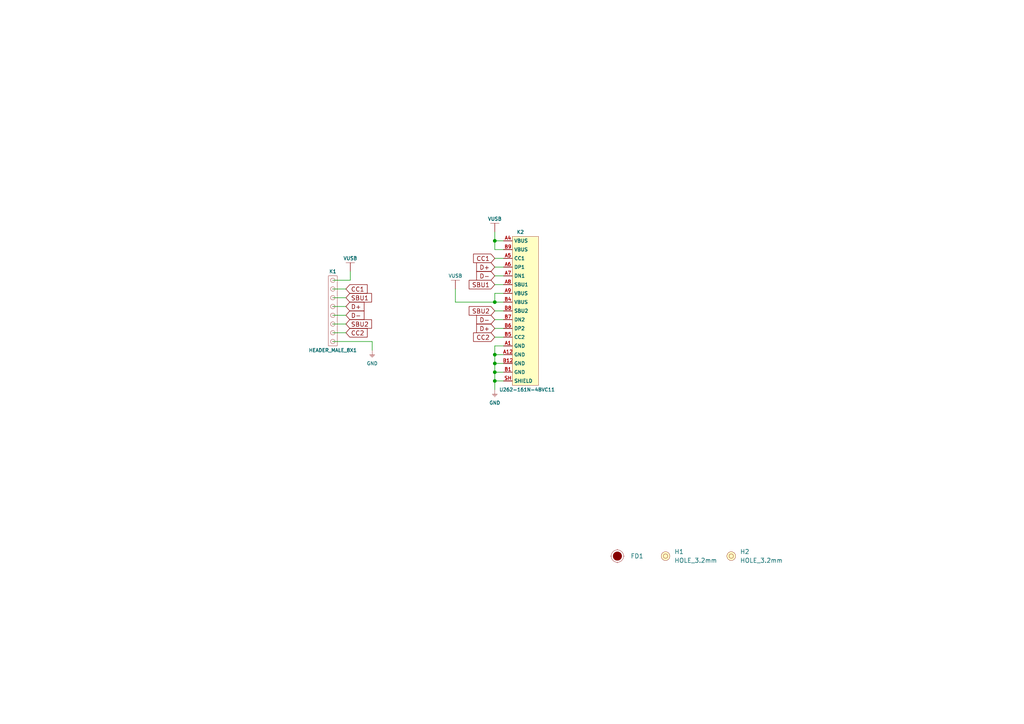
<source format=kicad_sch>
(kicad_sch (version 20210126) (generator eeschema)

  (paper "A4")

  (lib_symbols
    (symbol "e-radionica.com schematics:Fiducial_Stencil" (pin_numbers hide) (pin_names hide) (in_bom yes) (on_board yes)
      (property "Reference" "FD?" (id 0) (at 0 3.048 0)
        (effects (font (size 1.27 1.27)))
      )
      (property "Value" "Fiducial_Stencil" (id 1) (at 0 -2.794 0)
        (effects (font (size 1.27 1.27)) hide)
      )
      (property "Footprint" "e-radionica.com footprinti:FIDUCIAL_1MM_PASTE" (id 2) (at 0 -6.35 0)
        (effects (font (size 1.27 1.27)) hide)
      )
      (property "Datasheet" "" (id 3) (at 0 0 0)
        (effects (font (size 1.27 1.27)) hide)
      )
      (symbol "Fiducial_Stencil_0_1"
        (circle (center 0 0) (radius 1.7961) (stroke (width 0.0006)) (fill (type none)))
        (circle (center 0 0) (radius 1.27) (stroke (width 0.001)) (fill (type outline)))
        (polyline
          (pts
            (xy 1.778 0)
            (xy 2.032 0)
          )
          (stroke (width 0.0006)) (fill (type none))
        )
        (polyline
          (pts
            (xy 0 1.778)
            (xy 0 2.032)
          )
          (stroke (width 0.0006)) (fill (type none))
        )
        (polyline
          (pts
            (xy -1.778 0)
            (xy -2.032 0)
          )
          (stroke (width 0.0006)) (fill (type none))
        )
        (polyline
          (pts
            (xy 0 -1.778)
            (xy 0 -2.032)
          )
          (stroke (width 0.0006)) (fill (type none))
        )
      )
    )
    (symbol "e-radionica.com schematics:GND" (power) (pin_names (offset 0)) (in_bom yes) (on_board yes)
      (property "Reference" "#PWR" (id 0) (at 4.445 0 0)
        (effects (font (size 1 1)) hide)
      )
      (property "Value" "GND" (id 1) (at 0 -2.921 0)
        (effects (font (size 1 1)))
      )
      (property "Footprint" "" (id 2) (at 4.445 3.81 0)
        (effects (font (size 1 1)) hide)
      )
      (property "Datasheet" "" (id 3) (at 4.445 3.81 0)
        (effects (font (size 1 1)) hide)
      )
      (property "ki_keywords" "power-flag" (id 4) (at 0 0 0)
        (effects (font (size 1.27 1.27)) hide)
      )
      (property "ki_description" "Power symbol creates a global label with name \"+3V3\"" (id 5) (at 0 0 0)
        (effects (font (size 1.27 1.27)) hide)
      )
      (symbol "GND_0_1"
        (polyline
          (pts
            (xy 0 0)
            (xy 0 -1.27)
          )
          (stroke (width 0.0006)) (fill (type none))
        )
        (polyline
          (pts
            (xy -0.762 -1.27)
            (xy 0.762 -1.27)
          )
          (stroke (width 0.0006)) (fill (type none))
        )
        (polyline
          (pts
            (xy -0.381 -1.778)
            (xy 0.381 -1.778)
          )
          (stroke (width 0.0006)) (fill (type none))
        )
        (polyline
          (pts
            (xy -0.127 -2.032)
            (xy 0.127 -2.032)
          )
          (stroke (width 0.0006)) (fill (type none))
        )
        (polyline
          (pts
            (xy -0.635 -1.524)
            (xy 0.635 -1.524)
          )
          (stroke (width 0.0006)) (fill (type none))
        )
      )
      (symbol "GND_1_1"
        (pin power_in line (at 0 0 270) (length 0) hide
          (name "GND" (effects (font (size 1.27 1.27))))
          (number "1" (effects (font (size 1.27 1.27))))
        )
      )
    )
    (symbol "e-radionica.com schematics:HEADER_MALE_8X1" (pin_numbers hide) (pin_names hide) (in_bom yes) (on_board yes)
      (property "Reference" "K" (id 0) (at -0.635 12.7 0)
        (effects (font (size 1 1)))
      )
      (property "Value" "HEADER_MALE_8X1" (id 1) (at 0.635 -10.16 0)
        (effects (font (size 1 1)))
      )
      (property "Footprint" "e-radionica.com footprinti:HEADER_MALE_8X1" (id 2) (at 0 0 0)
        (effects (font (size 1 1)) hide)
      )
      (property "Datasheet" "" (id 3) (at 0 0 0)
        (effects (font (size 1 1)) hide)
      )
      (symbol "HEADER_MALE_8X1_0_1"
        (circle (center 0 -7.62) (radius 0.635) (stroke (width 0.0006)) (fill (type none)))
        (circle (center 0 -5.08) (radius 0.635) (stroke (width 0.0006)) (fill (type none)))
        (circle (center 0 -2.54) (radius 0.635) (stroke (width 0.0006)) (fill (type none)))
        (circle (center 0 0) (radius 0.635) (stroke (width 0.0006)) (fill (type none)))
        (circle (center 0 2.54) (radius 0.635) (stroke (width 0.0006)) (fill (type none)))
        (circle (center 0 5.08) (radius 0.635) (stroke (width 0.0006)) (fill (type none)))
        (circle (center 0 7.62) (radius 0.635) (stroke (width 0.0006)) (fill (type none)))
        (circle (center 0 10.16) (radius 0.635) (stroke (width 0.0006)) (fill (type none)))
        (rectangle (start 1.27 -8.89) (end -1.27 11.43)
          (stroke (width 0.0006)) (fill (type none))
        )
      )
      (symbol "HEADER_MALE_8X1_1_1"
        (pin passive line (at 0 -7.62 180) (length 0)
          (name "~" (effects (font (size 0.991 0.991))))
          (number "1" (effects (font (size 0.991 0.991))))
        )
        (pin passive line (at 0 -5.08 180) (length 0)
          (name "~" (effects (font (size 0.991 0.991))))
          (number "2" (effects (font (size 0.991 0.991))))
        )
        (pin passive line (at 0 -2.54 180) (length 0)
          (name "~" (effects (font (size 0.991 0.991))))
          (number "3" (effects (font (size 0.991 0.991))))
        )
        (pin passive line (at 0 0 180) (length 0)
          (name "~" (effects (font (size 0.991 0.991))))
          (number "4" (effects (font (size 0.991 0.991))))
        )
        (pin passive line (at 0 2.54 180) (length 0)
          (name "~" (effects (font (size 0.991 0.991))))
          (number "5" (effects (font (size 0.991 0.991))))
        )
        (pin passive line (at 0 5.08 180) (length 0)
          (name "~" (effects (font (size 0.991 0.991))))
          (number "6" (effects (font (size 0.991 0.991))))
        )
        (pin passive line (at 0 7.62 180) (length 0)
          (name "~" (effects (font (size 0.991 0.991))))
          (number "7" (effects (font (size 0.991 0.991))))
        )
        (pin passive line (at 0 10.16 180) (length 0)
          (name "~" (effects (font (size 0.991 0.991))))
          (number "8" (effects (font (size 0.991 0.991))))
        )
      )
    )
    (symbol "e-radionica.com schematics:HOLE_3.2mm" (pin_numbers hide) (pin_names hide) (in_bom yes) (on_board yes)
      (property "Reference" "H" (id 0) (at 0 2.54 0)
        (effects (font (size 1.27 1.27)))
      )
      (property "Value" "HOLE_3.2mm" (id 1) (at 0 -2.54 0)
        (effects (font (size 1.27 1.27)))
      )
      (property "Footprint" "e-radionica.com footprinti:HOLE_3.2mm" (id 2) (at 0 0 0)
        (effects (font (size 1.27 1.27)) hide)
      )
      (property "Datasheet" "" (id 3) (at 0 0 0)
        (effects (font (size 1.27 1.27)) hide)
      )
      (symbol "HOLE_3.2mm_0_1"
        (circle (center 0 0) (radius 1.27) (stroke (width 0.001)) (fill (type background)))
        (circle (center 0 0) (radius 0.635) (stroke (width 0.0006)) (fill (type none)))
      )
    )
    (symbol "e-radionica.com schematics:U262-161N-4BVC11" (in_bom yes) (on_board yes)
      (property "Reference" "K" (id 0) (at 0 22.86 0)
        (effects (font (size 1 1)))
      )
      (property "Value" "U262-161N-4BVC11" (id 1) (at 2.54 -22.86 0)
        (effects (font (size 1 1)))
      )
      (property "Footprint" "e-radionica.com footprinti:U262-161N-4BVC11" (id 2) (at 1.27 -3.81 0)
        (effects (font (size 1 1)) hide)
      )
      (property "Datasheet" "" (id 3) (at 1.27 -3.81 0)
        (effects (font (size 1 1)) hide)
      )
      (property "ki_keywords" "USBC USB-C USB" (id 4) (at 0 0 0)
        (effects (font (size 1.27 1.27)) hide)
      )
      (symbol "U262-161N-4BVC11_0_1"
        (rectangle (start -1.27 21.59) (end 6.35 -21.59)
          (stroke (width 0.001)) (fill (type background))
        )
      )
      (symbol "U262-161N-4BVC11_1_1"
        (pin passive line (at -3.81 20.32 0) (length 2.54)
          (name "VBUS" (effects (font (size 1 1))))
          (number "A4" (effects (font (size 1 1))))
        )
        (pin passive line (at -3.81 17.78 0) (length 2.54)
          (name "VBUS" (effects (font (size 1 1))))
          (number "B9" (effects (font (size 1 1))))
        )
        (pin passive line (at -3.81 15.24 0) (length 2.54)
          (name "CC1" (effects (font (size 1 1))))
          (number "A5" (effects (font (size 1 1))))
        )
        (pin passive line (at -3.81 12.7 0) (length 2.54)
          (name "DP1" (effects (font (size 1 1))))
          (number "A6" (effects (font (size 1 1))))
        )
        (pin passive line (at -3.81 10.16 0) (length 2.54)
          (name "DN1" (effects (font (size 1 1))))
          (number "A7" (effects (font (size 1 1))))
        )
        (pin passive line (at -3.81 7.62 0) (length 2.54)
          (name "SBU1" (effects (font (size 1 1))))
          (number "A8" (effects (font (size 1 1))))
        )
        (pin passive line (at -3.81 5.08 0) (length 2.54)
          (name "VBUS" (effects (font (size 1 1))))
          (number "A9" (effects (font (size 1 1))))
        )
        (pin passive line (at -3.81 2.54 0) (length 2.54)
          (name "VBUS" (effects (font (size 1 1))))
          (number "B4" (effects (font (size 1 1))))
        )
        (pin passive line (at -3.81 0 0) (length 2.54)
          (name "SBU2" (effects (font (size 1 1))))
          (number "B8" (effects (font (size 1 1))))
        )
        (pin passive line (at -3.81 -2.54 0) (length 2.54)
          (name "DN2" (effects (font (size 1 1))))
          (number "B7" (effects (font (size 1 1))))
        )
        (pin passive line (at -3.81 -5.08 0) (length 2.54)
          (name "DP2" (effects (font (size 1 1))))
          (number "B6" (effects (font (size 1 1))))
        )
        (pin passive line (at -3.81 -7.62 0) (length 2.54)
          (name "CC2" (effects (font (size 1 1))))
          (number "B5" (effects (font (size 1 1))))
        )
        (pin passive line (at -3.81 -10.16 0) (length 2.54)
          (name "GND" (effects (font (size 1 1))))
          (number "A1" (effects (font (size 1 1))))
        )
        (pin passive line (at -3.81 -12.7 0) (length 2.54)
          (name "GND" (effects (font (size 1 1))))
          (number "A12" (effects (font (size 1 1))))
        )
        (pin passive line (at -3.81 -15.24 0) (length 2.54)
          (name "GND" (effects (font (size 1 1))))
          (number "B12" (effects (font (size 1 1))))
        )
        (pin passive line (at -3.81 -17.78 0) (length 2.54)
          (name "GND" (effects (font (size 1 1))))
          (number "B1" (effects (font (size 1 1))))
        )
        (pin passive line (at -3.81 -20.32 0) (length 2.54)
          (name "SHIELD" (effects (font (size 1 1))))
          (number "SH" (effects (font (size 1 1))))
        )
      )
    )
    (symbol "e-radionica.com schematics:VUSB" (power) (pin_names (offset 0)) (in_bom yes) (on_board yes)
      (property "Reference" "#PWR" (id 0) (at 4.445 0 0)
        (effects (font (size 1 1)) hide)
      )
      (property "Value" "VUSB" (id 1) (at 0 3.556 0)
        (effects (font (size 1 1)))
      )
      (property "Footprint" "" (id 2) (at 4.445 3.81 0)
        (effects (font (size 1 1)) hide)
      )
      (property "Datasheet" "" (id 3) (at 4.445 3.81 0)
        (effects (font (size 1 1)) hide)
      )
      (property "ki_keywords" "power-flag" (id 4) (at 0 0 0)
        (effects (font (size 1.27 1.27)) hide)
      )
      (property "ki_description" "Power symbol creates a global label with name \"+3V3\"" (id 5) (at 0 0 0)
        (effects (font (size 1.27 1.27)) hide)
      )
      (symbol "VUSB_0_1"
        (polyline
          (pts
            (xy 0 0)
            (xy 0 2.54)
          )
          (stroke (width 0)) (fill (type none))
        )
        (polyline
          (pts
            (xy -1.27 2.54)
            (xy 1.27 2.54)
          )
          (stroke (width 0.0006)) (fill (type none))
        )
      )
      (symbol "VUSB_1_1"
        (pin power_in line (at 0 0 90) (length 0) hide
          (name "VUSB" (effects (font (size 1.27 1.27))))
          (number "1" (effects (font (size 1.27 1.27))))
        )
      )
    )
  )

  (junction (at 143.51 69.85) (diameter 0.9144) (color 0 0 0 0))
  (junction (at 143.51 87.63) (diameter 0.9144) (color 0 0 0 0))
  (junction (at 143.51 102.87) (diameter 0.9144) (color 0 0 0 0))
  (junction (at 143.51 105.41) (diameter 0.9144) (color 0 0 0 0))
  (junction (at 143.51 107.95) (diameter 0.9144) (color 0 0 0 0))
  (junction (at 143.51 110.49) (diameter 0.9144) (color 0 0 0 0))

  (wire (pts (xy 96.52 81.28) (xy 101.6 81.28))
    (stroke (width 0) (type solid) (color 0 0 0 0))
    (uuid 4e84f56c-a2fa-4bbb-871b-304f8c7ebe33)
  )
  (wire (pts (xy 96.52 83.82) (xy 100.33 83.82))
    (stroke (width 0) (type solid) (color 0 0 0 0))
    (uuid a89ac1b8-9afb-4cfc-8180-04145a78e119)
  )
  (wire (pts (xy 96.52 86.36) (xy 100.33 86.36))
    (stroke (width 0) (type solid) (color 0 0 0 0))
    (uuid 68c49adf-a7c0-4650-a707-c489f2fe1466)
  )
  (wire (pts (xy 96.52 88.9) (xy 100.33 88.9))
    (stroke (width 0) (type solid) (color 0 0 0 0))
    (uuid 95fe3fce-21e8-469e-8020-169222fbc14f)
  )
  (wire (pts (xy 96.52 91.44) (xy 100.33 91.44))
    (stroke (width 0) (type solid) (color 0 0 0 0))
    (uuid 55beed1a-0a1d-49ef-abc3-b89169650894)
  )
  (wire (pts (xy 96.52 93.98) (xy 100.33 93.98))
    (stroke (width 0) (type solid) (color 0 0 0 0))
    (uuid 1ed4f9e0-509b-43ed-a85a-b27f85c9dd92)
  )
  (wire (pts (xy 96.52 96.52) (xy 100.33 96.52))
    (stroke (width 0) (type solid) (color 0 0 0 0))
    (uuid 26c720dc-2c14-458e-903e-8077d78a5d94)
  )
  (wire (pts (xy 96.52 99.06) (xy 107.95 99.06))
    (stroke (width 0) (type solid) (color 0 0 0 0))
    (uuid 21f1bd25-a1d9-4648-a0d6-fe6d99b828f4)
  )
  (wire (pts (xy 101.6 81.28) (xy 101.6 78.74))
    (stroke (width 0) (type solid) (color 0 0 0 0))
    (uuid 4e84f56c-a2fa-4bbb-871b-304f8c7ebe33)
  )
  (wire (pts (xy 107.95 99.06) (xy 107.95 101.6))
    (stroke (width 0) (type solid) (color 0 0 0 0))
    (uuid f05cebb0-39ce-4442-b6a8-854120863679)
  )
  (wire (pts (xy 132.08 87.63) (xy 132.08 83.82))
    (stroke (width 0) (type solid) (color 0 0 0 0))
    (uuid 36ce1aa8-010d-4ff0-b2e2-3c5add429555)
  )
  (wire (pts (xy 143.51 69.85) (xy 143.51 67.31))
    (stroke (width 0) (type solid) (color 0 0 0 0))
    (uuid d08d464e-d641-4189-a624-b144e91c6ee6)
  )
  (wire (pts (xy 143.51 72.39) (xy 143.51 69.85))
    (stroke (width 0) (type solid) (color 0 0 0 0))
    (uuid f6e63589-23ee-4354-9e91-a2acbc6303ab)
  )
  (wire (pts (xy 143.51 74.93) (xy 146.05 74.93))
    (stroke (width 0) (type solid) (color 0 0 0 0))
    (uuid fb4f1ff1-f3ba-4ec0-b9f8-6c1aa915c78c)
  )
  (wire (pts (xy 143.51 77.47) (xy 146.05 77.47))
    (stroke (width 0) (type solid) (color 0 0 0 0))
    (uuid bdb7214e-8e5c-4740-9d7e-df9341c9f3c1)
  )
  (wire (pts (xy 143.51 80.01) (xy 146.05 80.01))
    (stroke (width 0) (type solid) (color 0 0 0 0))
    (uuid 405237ff-6e4d-4870-9fae-56aa22386291)
  )
  (wire (pts (xy 143.51 82.55) (xy 146.05 82.55))
    (stroke (width 0) (type solid) (color 0 0 0 0))
    (uuid 9f028d61-9c98-4e0b-9671-f7230190c078)
  )
  (wire (pts (xy 143.51 85.09) (xy 143.51 87.63))
    (stroke (width 0) (type solid) (color 0 0 0 0))
    (uuid d6c0036d-4eb0-4103-a20f-56d413d2e356)
  )
  (wire (pts (xy 143.51 87.63) (xy 132.08 87.63))
    (stroke (width 0) (type solid) (color 0 0 0 0))
    (uuid 36ce1aa8-010d-4ff0-b2e2-3c5add429555)
  )
  (wire (pts (xy 143.51 90.17) (xy 146.05 90.17))
    (stroke (width 0) (type solid) (color 0 0 0 0))
    (uuid 9a0dab78-5ecf-46a1-ba0e-db6eb04cc615)
  )
  (wire (pts (xy 143.51 92.71) (xy 146.05 92.71))
    (stroke (width 0) (type solid) (color 0 0 0 0))
    (uuid 378ce38a-0620-45d8-aba9-2c7154848895)
  )
  (wire (pts (xy 143.51 95.25) (xy 146.05 95.25))
    (stroke (width 0) (type solid) (color 0 0 0 0))
    (uuid 544d9f56-49b3-46e4-afd5-97eafe47d227)
  )
  (wire (pts (xy 143.51 97.79) (xy 146.05 97.79))
    (stroke (width 0) (type solid) (color 0 0 0 0))
    (uuid 5f4200d4-5881-4798-9bef-b13197aab340)
  )
  (wire (pts (xy 143.51 100.33) (xy 143.51 102.87))
    (stroke (width 0) (type solid) (color 0 0 0 0))
    (uuid 8bee754a-7238-4f62-ac51-24452bba67bb)
  )
  (wire (pts (xy 143.51 102.87) (xy 143.51 105.41))
    (stroke (width 0) (type solid) (color 0 0 0 0))
    (uuid 1fadda08-e000-4c51-8fcd-ab0169f08f24)
  )
  (wire (pts (xy 143.51 105.41) (xy 143.51 107.95))
    (stroke (width 0) (type solid) (color 0 0 0 0))
    (uuid e500818f-79f0-4ece-b7b2-c41d35736c20)
  )
  (wire (pts (xy 143.51 107.95) (xy 143.51 110.49))
    (stroke (width 0) (type solid) (color 0 0 0 0))
    (uuid 01cb6e45-ec8b-4a4b-a28d-7179a1de486b)
  )
  (wire (pts (xy 143.51 110.49) (xy 143.51 113.03))
    (stroke (width 0) (type solid) (color 0 0 0 0))
    (uuid f8878235-5d4c-4195-b856-77b4928f3c9e)
  )
  (wire (pts (xy 146.05 69.85) (xy 143.51 69.85))
    (stroke (width 0) (type solid) (color 0 0 0 0))
    (uuid d08d464e-d641-4189-a624-b144e91c6ee6)
  )
  (wire (pts (xy 146.05 72.39) (xy 143.51 72.39))
    (stroke (width 0) (type solid) (color 0 0 0 0))
    (uuid f6e63589-23ee-4354-9e91-a2acbc6303ab)
  )
  (wire (pts (xy 146.05 85.09) (xy 143.51 85.09))
    (stroke (width 0) (type solid) (color 0 0 0 0))
    (uuid d6c0036d-4eb0-4103-a20f-56d413d2e356)
  )
  (wire (pts (xy 146.05 87.63) (xy 143.51 87.63))
    (stroke (width 0) (type solid) (color 0 0 0 0))
    (uuid 36ce1aa8-010d-4ff0-b2e2-3c5add429555)
  )
  (wire (pts (xy 146.05 100.33) (xy 143.51 100.33))
    (stroke (width 0) (type solid) (color 0 0 0 0))
    (uuid 8bee754a-7238-4f62-ac51-24452bba67bb)
  )
  (wire (pts (xy 146.05 102.87) (xy 143.51 102.87))
    (stroke (width 0) (type solid) (color 0 0 0 0))
    (uuid 1fadda08-e000-4c51-8fcd-ab0169f08f24)
  )
  (wire (pts (xy 146.05 105.41) (xy 143.51 105.41))
    (stroke (width 0) (type solid) (color 0 0 0 0))
    (uuid e500818f-79f0-4ece-b7b2-c41d35736c20)
  )
  (wire (pts (xy 146.05 107.95) (xy 143.51 107.95))
    (stroke (width 0) (type solid) (color 0 0 0 0))
    (uuid 01cb6e45-ec8b-4a4b-a28d-7179a1de486b)
  )
  (wire (pts (xy 146.05 110.49) (xy 143.51 110.49))
    (stroke (width 0) (type solid) (color 0 0 0 0))
    (uuid f8878235-5d4c-4195-b856-77b4928f3c9e)
  )

  (global_label "CC1" (shape input) (at 100.33 83.82 0)
    (effects (font (size 1.27 1.27)) (justify left))
    (uuid 932cd1a9-b579-4262-89c1-e23dc72ca829)
    (property "Intersheet References" "${INTERSHEET_REFS}" (id 0) (at 108.0166 83.8994 0)
      (effects (font (size 1.27 1.27)) (justify left) hide)
    )
  )
  (global_label "SBU1" (shape input) (at 100.33 86.36 0)
    (effects (font (size 1.27 1.27)) (justify left))
    (uuid 0e31a09f-c740-41d4-a4ad-cba036c0a4cb)
    (property "Intersheet References" "${INTERSHEET_REFS}" (id 0) (at 109.2866 86.4394 0)
      (effects (font (size 1.27 1.27)) (justify left) hide)
    )
  )
  (global_label "D+" (shape input) (at 100.33 88.9 0)
    (effects (font (size 1.27 1.27)) (justify left))
    (uuid 009db0ef-5fea-439b-aa36-33e041153b0d)
    (property "Intersheet References" "${INTERSHEET_REFS}" (id 0) (at 107.1095 88.9794 0)
      (effects (font (size 1.27 1.27)) (justify left) hide)
    )
  )
  (global_label "D-" (shape input) (at 100.33 91.44 0)
    (effects (font (size 1.27 1.27)) (justify left))
    (uuid e7288bab-9000-4688-9022-7bf94f58cba8)
    (property "Intersheet References" "${INTERSHEET_REFS}" (id 0) (at 107.1095 91.5194 0)
      (effects (font (size 1.27 1.27)) (justify left) hide)
    )
  )
  (global_label "SBU2" (shape input) (at 100.33 93.98 0)
    (effects (font (size 1.27 1.27)) (justify left))
    (uuid f3c6b9ab-d3b2-47a7-ae12-9fc81ce90a25)
    (property "Intersheet References" "${INTERSHEET_REFS}" (id 0) (at 109.2866 94.0594 0)
      (effects (font (size 1.27 1.27)) (justify left) hide)
    )
  )
  (global_label "CC2" (shape input) (at 100.33 96.52 0)
    (effects (font (size 1.27 1.27)) (justify left))
    (uuid 5effd082-6266-4c9c-bd05-2d1e33c0dcb9)
    (property "Intersheet References" "${INTERSHEET_REFS}" (id 0) (at 108.0166 96.5994 0)
      (effects (font (size 1.27 1.27)) (justify left) hide)
    )
  )
  (global_label "CC1" (shape input) (at 143.51 74.93 180)
    (effects (font (size 1.27 1.27)) (justify right))
    (uuid 69d33f5f-f1d1-4469-beab-dc0cf6d5e997)
    (property "Intersheet References" "${INTERSHEET_REFS}" (id 0) (at 135.8234 74.8506 0)
      (effects (font (size 1.27 1.27)) (justify right) hide)
    )
  )
  (global_label "D+" (shape input) (at 143.51 77.47 180)
    (effects (font (size 1.27 1.27)) (justify right))
    (uuid 99ee23a7-1225-4705-9552-a6e1aeafc305)
    (property "Intersheet References" "${INTERSHEET_REFS}" (id 0) (at 136.7305 77.3906 0)
      (effects (font (size 1.27 1.27)) (justify right) hide)
    )
  )
  (global_label "D-" (shape input) (at 143.51 80.01 180)
    (effects (font (size 1.27 1.27)) (justify right))
    (uuid df652c06-bcb8-4422-adbc-074737a2b973)
    (property "Intersheet References" "${INTERSHEET_REFS}" (id 0) (at 136.7305 79.9306 0)
      (effects (font (size 1.27 1.27)) (justify right) hide)
    )
  )
  (global_label "SBU1" (shape input) (at 143.51 82.55 180)
    (effects (font (size 1.27 1.27)) (justify right))
    (uuid 0bd52f47-b293-4a0b-8e03-58998268e240)
    (property "Intersheet References" "${INTERSHEET_REFS}" (id 0) (at 134.5534 82.4706 0)
      (effects (font (size 1.27 1.27)) (justify right) hide)
    )
  )
  (global_label "SBU2" (shape input) (at 143.51 90.17 180)
    (effects (font (size 1.27 1.27)) (justify right))
    (uuid 3b01f863-39f9-4f99-905f-6a7f135d70e8)
    (property "Intersheet References" "${INTERSHEET_REFS}" (id 0) (at 134.5534 90.0906 0)
      (effects (font (size 1.27 1.27)) (justify right) hide)
    )
  )
  (global_label "D-" (shape input) (at 143.51 92.71 180)
    (effects (font (size 1.27 1.27)) (justify right))
    (uuid 13e73d4e-2f53-41a7-8586-84746a451bc4)
    (property "Intersheet References" "${INTERSHEET_REFS}" (id 0) (at 136.7305 92.6306 0)
      (effects (font (size 1.27 1.27)) (justify right) hide)
    )
  )
  (global_label "D+" (shape input) (at 143.51 95.25 180)
    (effects (font (size 1.27 1.27)) (justify right))
    (uuid 1f3932a8-571f-4353-8a8d-88d59674c156)
    (property "Intersheet References" "${INTERSHEET_REFS}" (id 0) (at 136.7305 95.1706 0)
      (effects (font (size 1.27 1.27)) (justify right) hide)
    )
  )
  (global_label "CC2" (shape input) (at 143.51 97.79 180)
    (effects (font (size 1.27 1.27)) (justify right))
    (uuid 9320a6c5-a26b-4cb5-aace-4b133e833591)
    (property "Intersheet References" "${INTERSHEET_REFS}" (id 0) (at 135.8234 97.7106 0)
      (effects (font (size 1.27 1.27)) (justify right) hide)
    )
  )

  (symbol (lib_id "e-radionica.com schematics:GND") (at 107.95 101.6 0) (unit 1)
    (in_bom yes) (on_board yes)
    (uuid bcfa06f5-6532-4027-93f1-898b966513ec)
    (property "Reference" "#PWR0103" (id 0) (at 112.395 101.6 0)
      (effects (font (size 1 1)) hide)
    )
    (property "Value" "GND" (id 1) (at 107.95 105.41 0)
      (effects (font (size 1 1)))
    )
    (property "Footprint" "" (id 2) (at 112.395 97.79 0)
      (effects (font (size 1 1)) hide)
    )
    (property "Datasheet" "" (id 3) (at 112.395 97.79 0)
      (effects (font (size 1 1)) hide)
    )
    (pin "1" (uuid 5f47afad-a294-4f2a-807a-2187e2d2d5fc))
  )

  (symbol (lib_id "e-radionica.com schematics:GND") (at 143.51 113.03 0) (unit 1)
    (in_bom yes) (on_board yes)
    (uuid a95a6cf7-2d13-40bb-a28e-94106821878f)
    (property "Reference" "#PWR0101" (id 0) (at 147.955 113.03 0)
      (effects (font (size 1 1)) hide)
    )
    (property "Value" "GND" (id 1) (at 143.51 116.84 0)
      (effects (font (size 1 1)))
    )
    (property "Footprint" "" (id 2) (at 147.955 109.22 0)
      (effects (font (size 1 1)) hide)
    )
    (property "Datasheet" "" (id 3) (at 147.955 109.22 0)
      (effects (font (size 1 1)) hide)
    )
    (pin "1" (uuid 5f47afad-a294-4f2a-807a-2187e2d2d5fc))
  )

  (symbol (lib_id "e-radionica.com schematics:HOLE_3.2mm") (at 193.04 161.29 0) (unit 1)
    (in_bom yes) (on_board yes)
    (uuid 9d049dd2-98c9-4e3f-a91d-61789bd17a38)
    (property "Reference" "H1" (id 0) (at 195.58 160.02 0)
      (effects (font (size 1.27 1.27)) (justify left))
    )
    (property "Value" "HOLE_3.2mm" (id 1) (at 195.58 162.56 0)
      (effects (font (size 1.27 1.27)) (justify left))
    )
    (property "Footprint" "e-radionica.com footprinti:HOLE_3.2mm" (id 2) (at 193.04 161.29 0)
      (effects (font (size 1.27 1.27)) hide)
    )
    (property "Datasheet" "" (id 3) (at 193.04 161.29 0)
      (effects (font (size 1.27 1.27)) hide)
    )
  )

  (symbol (lib_id "e-radionica.com schematics:HOLE_3.2mm") (at 212.09 161.29 0) (unit 1)
    (in_bom yes) (on_board yes)
    (uuid 187109c7-1b54-4aed-86aa-447d2483bc3d)
    (property "Reference" "H2" (id 0) (at 214.63 160.02 0)
      (effects (font (size 1.27 1.27)) (justify left))
    )
    (property "Value" "HOLE_3.2mm" (id 1) (at 214.63 162.56 0)
      (effects (font (size 1.27 1.27)) (justify left))
    )
    (property "Footprint" "e-radionica.com footprinti:HOLE_3.2mm" (id 2) (at 212.09 161.29 0)
      (effects (font (size 1.27 1.27)) hide)
    )
    (property "Datasheet" "" (id 3) (at 212.09 161.29 0)
      (effects (font (size 1.27 1.27)) hide)
    )
  )

  (symbol (lib_id "e-radionica.com schematics:VUSB") (at 101.6 78.74 0) (unit 1)
    (in_bom yes) (on_board yes)
    (uuid 3f212554-6700-4ebe-8d75-08e61625495d)
    (property "Reference" "#PWR0102" (id 0) (at 106.045 78.74 0)
      (effects (font (size 1 1)) hide)
    )
    (property "Value" "VUSB" (id 1) (at 101.6 74.93 0)
      (effects (font (size 1 1)))
    )
    (property "Footprint" "" (id 2) (at 106.045 74.93 0)
      (effects (font (size 1 1)) hide)
    )
    (property "Datasheet" "" (id 3) (at 106.045 74.93 0)
      (effects (font (size 1 1)) hide)
    )
    (pin "1" (uuid c57d569a-86b5-4027-8360-d68bfef102fa))
  )

  (symbol (lib_id "e-radionica.com schematics:VUSB") (at 132.08 83.82 0) (unit 1)
    (in_bom yes) (on_board yes)
    (uuid 17dcaed4-3f50-40d2-b3bc-29c2f03cecdf)
    (property "Reference" "#PWR0105" (id 0) (at 136.525 83.82 0)
      (effects (font (size 1 1)) hide)
    )
    (property "Value" "VUSB" (id 1) (at 132.08 80.01 0)
      (effects (font (size 1 1)))
    )
    (property "Footprint" "" (id 2) (at 136.525 80.01 0)
      (effects (font (size 1 1)) hide)
    )
    (property "Datasheet" "" (id 3) (at 136.525 80.01 0)
      (effects (font (size 1 1)) hide)
    )
    (pin "1" (uuid c57d569a-86b5-4027-8360-d68bfef102fa))
  )

  (symbol (lib_id "e-radionica.com schematics:VUSB") (at 143.51 67.31 0) (unit 1)
    (in_bom yes) (on_board yes)
    (uuid b86c00d6-8150-4cfa-8dd3-e0c96815e7f6)
    (property "Reference" "#PWR0104" (id 0) (at 147.955 67.31 0)
      (effects (font (size 1 1)) hide)
    )
    (property "Value" "VUSB" (id 1) (at 143.51 63.5 0)
      (effects (font (size 1 1)))
    )
    (property "Footprint" "" (id 2) (at 147.955 63.5 0)
      (effects (font (size 1 1)) hide)
    )
    (property "Datasheet" "" (id 3) (at 147.955 63.5 0)
      (effects (font (size 1 1)) hide)
    )
    (pin "1" (uuid c57d569a-86b5-4027-8360-d68bfef102fa))
  )

  (symbol (lib_id "e-radionica.com schematics:Fiducial_Stencil") (at 179.07 161.29 0) (unit 1)
    (in_bom yes) (on_board yes)
    (uuid 9b5c693f-247e-4511-aa71-cb10e83f8d36)
    (property "Reference" "FD1" (id 0) (at 182.88 161.29 0)
      (effects (font (size 1.27 1.27)) (justify left))
    )
    (property "Value" "Fiducial_Stencil" (id 1) (at 179.07 164.084 0)
      (effects (font (size 1.27 1.27)) hide)
    )
    (property "Footprint" "e-radionica.com footprinti:FIDUCIAL_1MM_PASTE" (id 2) (at 179.07 167.64 0)
      (effects (font (size 1.27 1.27)) hide)
    )
    (property "Datasheet" "" (id 3) (at 179.07 161.29 0)
      (effects (font (size 1.27 1.27)) hide)
    )
  )

  (symbol (lib_id "e-radionica.com schematics:HEADER_MALE_8X1") (at 96.52 91.44 0) (unit 1)
    (in_bom yes) (on_board yes)
    (uuid a7fb905b-a55d-4dfa-8a94-de9872a933d0)
    (property "Reference" "K1" (id 0) (at 96.52 78.74 0)
      (effects (font (size 1 1)))
    )
    (property "Value" "HEADER_MALE_8X1" (id 1) (at 96.52 101.6 0)
      (effects (font (size 1 1)))
    )
    (property "Footprint" "e-radionica.com footprinti:HEADER_MALE_8X1" (id 2) (at 96.52 91.44 0)
      (effects (font (size 1 1)) hide)
    )
    (property "Datasheet" "" (id 3) (at 96.52 91.44 0)
      (effects (font (size 1 1)) hide)
    )
    (pin "1" (uuid d9489108-4784-4519-9874-821bb69b7bb7))
    (pin "2" (uuid 9b4d2a34-0115-4a0e-8f12-3bef1c7b30b0))
    (pin "3" (uuid 9a250c7a-971f-4cc0-9657-93be4a6d23dd))
    (pin "4" (uuid 54ad0ecf-e0b7-4a71-9cb3-ee00549ef4c3))
    (pin "5" (uuid eac26991-dc40-4e40-b540-9dd08937ef76))
    (pin "6" (uuid 94a230e1-0749-4bb9-bf55-f2c6590d584d))
    (pin "7" (uuid 768219cb-a5ce-4b06-b867-86727dccd62d))
    (pin "8" (uuid 1c15f36d-2acf-4958-87ea-ae3b0e89d74b))
  )

  (symbol (lib_id "e-radionica.com schematics:U262-161N-4BVC11") (at 149.86 90.17 0) (unit 1)
    (in_bom yes) (on_board yes)
    (uuid 91b57009-1795-46ff-aba7-c2ffb9822d08)
    (property "Reference" "K2" (id 0) (at 149.86 67.31 0)
      (effects (font (size 1 1)) (justify left))
    )
    (property "Value" "U262-161N-4BVC11" (id 1) (at 144.78 113.03 0)
      (effects (font (size 1 1)) (justify left))
    )
    (property "Footprint" "e-radionica.com footprinti:U262-161N-4BVC11" (id 2) (at 151.13 93.98 0)
      (effects (font (size 1 1)) hide)
    )
    (property "Datasheet" "" (id 3) (at 151.13 93.98 0)
      (effects (font (size 1 1)) hide)
    )
    (pin "A4" (uuid b49d4c77-5e05-46d4-8a0d-c31e70c36175))
    (pin "B9" (uuid b496906e-b657-409b-acb7-067d9d040a2f))
    (pin "A5" (uuid 18c018b0-2527-4d00-afac-f0884e987e66))
    (pin "A6" (uuid 29723e92-bc0d-4e3d-874b-d8059ee2fca5))
    (pin "A7" (uuid 6aa0d573-221a-4d90-af28-b6ca76ce99da))
    (pin "A8" (uuid a689163f-db18-4e07-9f4c-76e7f010ba0a))
    (pin "A9" (uuid 55603db8-9792-470e-a691-b613d6cf42ee))
    (pin "B4" (uuid 29bc8082-f22a-4616-b815-c636965925d8))
    (pin "B8" (uuid ba32e160-7fc9-4e37-8ec6-ded1e680e00d))
    (pin "B7" (uuid 78fb50a8-c86b-4057-a015-9b92664c7425))
    (pin "B6" (uuid a44a23f2-4ac0-4e7d-9d75-bee57910fa4e))
    (pin "B5" (uuid 9de8c0df-5d55-4ee8-bdb8-c96c3b304f48))
    (pin "A1" (uuid fc974d51-1b89-4945-bda2-49885d2f2d38))
    (pin "A12" (uuid f30c5e68-5e77-4740-9479-15770a4cf160))
    (pin "B12" (uuid aff5c5aa-3492-4db0-b24f-0ef3d3481bcf))
    (pin "B1" (uuid b7500aca-87fd-4b00-b293-ae89a35f60f3))
    (pin "SH" (uuid f91be6ec-32d1-4118-a8ac-64880a2ce0d8))
  )

  (sheet_instances
    (path "/" (page "1"))
  )

  (symbol_instances
    (path "/a95a6cf7-2d13-40bb-a28e-94106821878f"
      (reference "#PWR0101") (unit 1) (value "GND") (footprint "")
    )
    (path "/3f212554-6700-4ebe-8d75-08e61625495d"
      (reference "#PWR0102") (unit 1) (value "VUSB") (footprint "")
    )
    (path "/bcfa06f5-6532-4027-93f1-898b966513ec"
      (reference "#PWR0103") (unit 1) (value "GND") (footprint "")
    )
    (path "/b86c00d6-8150-4cfa-8dd3-e0c96815e7f6"
      (reference "#PWR0104") (unit 1) (value "VUSB") (footprint "")
    )
    (path "/17dcaed4-3f50-40d2-b3bc-29c2f03cecdf"
      (reference "#PWR0105") (unit 1) (value "VUSB") (footprint "")
    )
    (path "/9b5c693f-247e-4511-aa71-cb10e83f8d36"
      (reference "FD1") (unit 1) (value "Fiducial_Stencil") (footprint "e-radionica.com footprinti:FIDUCIAL_1MM_PASTE")
    )
    (path "/9d049dd2-98c9-4e3f-a91d-61789bd17a38"
      (reference "H1") (unit 1) (value "HOLE_3.2mm") (footprint "e-radionica.com footprinti:HOLE_3.2mm")
    )
    (path "/187109c7-1b54-4aed-86aa-447d2483bc3d"
      (reference "H2") (unit 1) (value "HOLE_3.2mm") (footprint "e-radionica.com footprinti:HOLE_3.2mm")
    )
    (path "/a7fb905b-a55d-4dfa-8a94-de9872a933d0"
      (reference "K1") (unit 1) (value "HEADER_MALE_8X1") (footprint "e-radionica.com footprinti:HEADER_MALE_8X1")
    )
    (path "/91b57009-1795-46ff-aba7-c2ffb9822d08"
      (reference "K2") (unit 1) (value "U262-161N-4BVC11") (footprint "e-radionica.com footprinti:U262-161N-4BVC11")
    )
  )
)

</source>
